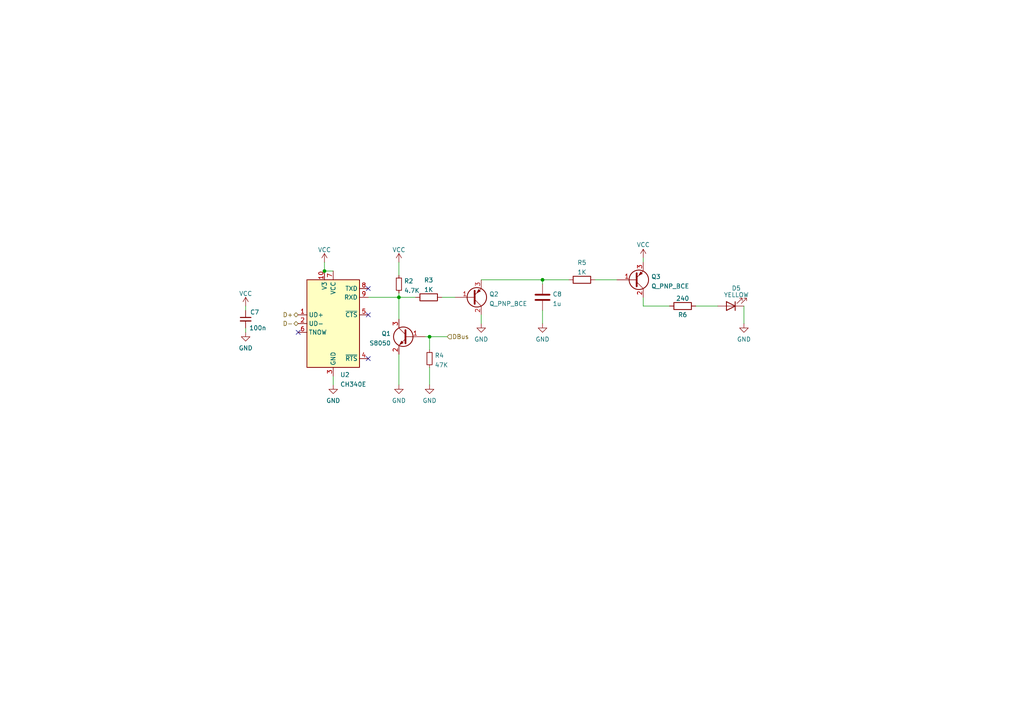
<source format=kicad_sch>
(kicad_sch (version 20230121) (generator eeschema)
  (paper "A4")
  (lib_symbols
    (symbol "Device:C" (pin_numbers hide) (pin_names (offset 0.254))
      (property "Reference" "C" (at 0.635 2.54 0))
      (property "Value" "C" (at 0.635 -2.54 0))
      (symbol "C_0_1"
        (polyline (pts (xy -2.032 -0.762) (xy 2.032 -0.762)) (stroke (width 0.508)))
        (polyline (pts (xy -2.032 0.762) (xy 2.032 0.762)) (stroke (width 0.508)))
      )
      (symbol "C_1_1"
        (pin passive line (at 0 3.81 270) (length 2.794) (name "~") (number "1"))
        (pin passive line (at 0 -3.81 90) (length 2.794) (name "~") (number "2"))
      )
    )
    (symbol "Device:C_Small" (pin_numbers hide) (pin_names (offset 0.254) hide)
      (property "Reference" "C" (at 0.254 1.778 0))
      (property "Value" "C_Small" (at 0.254 -2.032 0))
      (symbol "C_Small_0_1"
        (polyline (pts (xy -1.524 -0.508) (xy 1.524 -0.508)) (stroke (width 0.3302)))
        (polyline (pts (xy -1.524 0.508) (xy 1.524 0.508)) (stroke (width 0.3048)))
      )
      (symbol "C_Small_1_1"
        (pin passive line (at 0 2.54 270) (length 2.032) (name "~") (number "1"))
        (pin passive line (at 0 -2.54 90) (length 2.032) (name "~") (number "2"))
      )
    )
    (symbol "Device:LED" (pin_numbers hide) (pin_names (offset 1.016) hide)
      (property "Reference" "D" (at 0 2.54 0))
      (property "Value" "LED" (at 0 -2.54 0))
      (symbol "LED_0_1"
        (polyline (pts (xy -1.27 -1.27) (xy -1.27 1.27)) (stroke (width 0.254)))
        (polyline (pts (xy -1.27 0) (xy 1.27 0)))
        (polyline (pts (xy 1.27 -1.27) (xy 1.27 1.27) (xy -1.27 0) (xy 1.27 -1.27)) (stroke (width 0.254)))
        (polyline (pts (xy -3.048 -0.762) (xy -4.572 -2.286) (xy -3.81 -2.286) (xy -4.572 -2.286) (xy -4.572 -1.524)))
        (polyline (pts (xy -1.778 -0.762) (xy -3.302 -2.286) (xy -2.54 -2.286) (xy -3.302 -2.286) (xy -3.302 -1.524)))
      )
      (symbol "LED_1_1"
        (pin passive line (at -3.81 0 0) (length 2.54) (name "K") (number "1"))
        (pin passive line (at 3.81 0 180) (length 2.54) (name "A") (number "2"))
      )
    )
    (symbol "Device:Q_NPN_BEC" (pin_names (offset 0) hide)
      (property "Reference" "Q" (at 5.08 1.27 0))
      (property "Value" "Q_NPN_BEC" (at 5.08 -1.27 0))
      (symbol "Q_NPN_BEC_0_1"
        (polyline (pts (xy 0.635 0.635) (xy 2.54 2.54)))
        (polyline (pts (xy 0.635 -0.635) (xy 2.54 -2.54) (xy 2.54 -2.54)))
        (polyline (pts (xy 0.635 1.905) (xy 0.635 -1.905) (xy 0.635 -1.905)) (stroke (width 0.508)))
        (polyline (pts (xy 1.27 -1.778) (xy 1.778 -1.27) (xy 2.286 -2.286) (xy 1.27 -1.778) (xy 1.27 -1.778)) (fill (type outline)))
        (circle (center 1.27 0) (radius 2.8194) (stroke (width 0.254)))
      )
      (symbol "Q_NPN_BEC_1_1"
        (pin input line (at -5.08 0 0) (length 5.715) (name "B") (number "1"))
        (pin passive line (at 2.54 -5.08 90) (length 2.54) (name "E") (number "2"))
        (pin passive line (at 2.54 5.08 270) (length 2.54) (name "C") (number "3"))
      )
    )
    (symbol "Device:Q_PNP_BCE" (pin_names (offset 0) hide)
      (property "Reference" "Q" (at 5.08 1.27 0))
      (property "Value" "Q_PNP_BCE" (at 5.08 -1.27 0))
      (symbol "Q_PNP_BCE_0_1"
        (polyline (pts (xy 0.635 0.635) (xy 2.54 2.54)))
        (polyline (pts (xy 0.635 -0.635) (xy 2.54 -2.54) (xy 2.54 -2.54)))
        (polyline (pts (xy 0.635 1.905) (xy 0.635 -1.905) (xy 0.635 -1.905)) (stroke (width 0.508)))
        (polyline (pts (xy 2.286 -1.778) (xy 1.778 -2.286) (xy 1.27 -1.27) (xy 2.286 -1.778) (xy 2.286 -1.778)) (fill (type outline)))
        (circle (center 1.27 0) (radius 2.8194) (stroke (width 0.254)))
      )
      (symbol "Q_PNP_BCE_1_1"
        (pin input line (at -5.08 0 0) (length 5.715) (name "B") (number "1"))
        (pin passive line (at 2.54 5.08 270) (length 2.54) (name "C") (number "2"))
        (pin passive line (at 2.54 -5.08 90) (length 2.54) (name "E") (number "3"))
      )
    )
    (symbol "Device:R" (pin_numbers hide) (pin_names (offset 0))
      (property "Reference" "R" (at 2.032 0 90))
      (property "Value" "R" (at 0 0 90))
      (symbol "R_0_1"
        (rectangle (start -1.016 -2.54) (end 1.016 2.54) (stroke (width 0.254)))
      )
      (symbol "R_1_1"
        (pin passive line (at 0 3.81 270) (length 1.27) (name "~") (number "1"))
        (pin passive line (at 0 -3.81 90) (length 1.27) (name "~") (number "2"))
      )
    )
    (symbol "Device:R_Small" (pin_numbers hide) (pin_names (offset 0.254) hide)
      (property "Reference" "R" (at 0.762 0.508 0))
      (property "Value" "R_Small" (at 0.762 -1.016 0))
      (symbol "R_Small_0_1"
        (rectangle (start -0.762 1.778) (end 0.762 -1.778) (stroke (width 0.2032)))
      )
      (symbol "R_Small_1_1"
        (pin passive line (at 0 2.54 270) (length 0.762) (name "~") (number "1"))
        (pin passive line (at 0 -2.54 90) (length 0.762) (name "~") (number "2"))
      )
    )
    (symbol "Interface_USB:CH340E"
      (property "Reference" "U" (at -5.08 13.97 0))
      (property "Value" "CH340E" (at 1.27 13.97 0))
      (symbol "CH340E_0_1"
        (rectangle (start -7.62 12.7) (end 7.62 -12.7) (stroke (width 0.254)) (fill (type background)))
      )
      (symbol "CH340E_1_1"
        (pin bidirectional line (at -10.16 2.54 0) (length 2.54) (name "UD+") (number "1"))
        (pin passive line (at -2.54 15.24 270) (length 2.54) (name "V3") (number "10"))
        (pin bidirectional line (at -10.16 0 0) (length 2.54) (name "UD-") (number "2"))
        (pin power_in line (at 0 -15.24 90) (length 2.54) (name "GND") (number "3"))
        (pin output line (at 10.16 -10.16 180) (length 2.54) (name "~{RTS}") (number "4"))
        (pin input line (at 10.16 2.54 180) (length 2.54) (name "~{CTS}") (number "5"))
        (pin output line (at -10.16 -2.54 0) (length 2.54) (name "TNOW") (number "6"))
        (pin power_in line (at 0 15.24 270) (length 2.54) (name "VCC") (number "7"))
        (pin output line (at 10.16 10.16 180) (length 2.54) (name "TXD") (number "8"))
        (pin input line (at 10.16 7.62 180) (length 2.54) (name "RXD") (number "9"))
      )
    )
    (symbol "power:GND" (power) (pin_names (offset 0))
      (property "Value" "GND" (at 0 -3.81 0))
      (symbol "GND_0_1"
        (polyline (pts (xy 0 0) (xy 0 -1.27) (xy 1.27 -1.27) (xy 0 -2.54) (xy -1.27 -1.27) (xy 0 -1.27)))
      )
      (symbol "GND_1_1"
        (pin power_in line (at 0 0 270) (length 0) hide (name "GND") (number "1"))
      )
    )
    (symbol "power:VCC" (power) (pin_names (offset 0))
      (property "Value" "VCC" (at 0 3.81 0))
      (symbol "VCC_0_1"
        (polyline (pts (xy -0.762 1.27) (xy 0 2.54)))
        (polyline (pts (xy 0 0) (xy 0 2.54)))
        (polyline (pts (xy 0 2.54) (xy 0.762 1.27)))
      )
      (symbol "VCC_1_1"
        (pin power_in line (at 0 0 90) (length 0) hide (name "VCC") (number "1"))
      )
    )
  )
  (junction (at 157.353 81.153))
  (junction (at 115.697 86.233))
  (junction (at 94.107 78.613))
  (junction (at 124.587 97.663))
  (no_connect (at 106.807 83.693))
  (no_connect (at 106.807 104.013))
  (no_connect (at 86.487 96.393))
  (no_connect (at 106.807 91.313))
  (wire (pts (xy 186.563 74.803) (xy 186.563 76.073)))
  (wire (pts (xy 157.353 81.153) (xy 164.973 81.153)))
  (wire (pts (xy 123.317 97.663) (xy 124.587 97.663)))
  (wire (pts (xy 124.587 106.553) (xy 124.587 111.633)))
  (wire (pts (xy 71.247 88.773) (xy 71.247 90.043)))
  (wire (pts (xy 186.563 88.773) (xy 194.183 88.773)))
  (wire (pts (xy 124.587 97.663) (xy 124.587 101.473)))
  (wire (pts (xy 115.697 84.963) (xy 115.697 86.233)))
  (wire (pts (xy 201.803 88.773) (xy 208.153 88.773)))
  (wire (pts (xy 115.697 76.073) (xy 115.697 79.883)))
  (wire (pts (xy 186.563 86.233) (xy 186.563 88.773)))
  (wire (pts (xy 115.697 86.233) (xy 115.697 92.583)))
  (wire (pts (xy 124.587 97.663) (xy 129.667 97.663)))
  (wire (pts (xy 157.353 81.153) (xy 157.353 82.423)))
  (wire (pts (xy 94.107 76.073) (xy 94.107 78.613)))
  (wire (pts (xy 172.593 81.153) (xy 178.943 81.153)))
  (wire (pts (xy 139.573 93.853) (xy 139.573 91.313)))
  (wire (pts (xy 215.773 93.853) (xy 215.773 88.773)))
  (wire (pts (xy 128.143 86.233) (xy 131.953 86.233)))
  (wire (pts (xy 139.573 81.153) (xy 157.353 81.153)))
  (wire (pts (xy 106.807 86.233) (xy 115.697 86.233)))
  (wire (pts (xy 71.247 95.123) (xy 71.247 96.393)))
  (wire (pts (xy 94.107 78.613) (xy 96.647 78.613)))
  (wire (pts (xy 115.697 86.233) (xy 120.523 86.233)))
  (wire (pts (xy 157.353 93.853) (xy 157.353 90.043)))
  (wire (pts (xy 115.697 102.743) (xy 115.697 111.633)))
  (wire (pts (xy 96.647 109.093) (xy 96.647 111.633)))
  (hierarchical_label "D-" (shape bidirectional) (at 86.487 93.853 180))
  (hierarchical_label "D+" (shape bidirectional) (at 86.487 91.313 180))
  (hierarchical_label "DBus" (shape input) (at 129.667 97.663 0))
  (symbol (lib_id "Device:R_Small") (at 115.697 82.423 0) (unit 1)
    (property "Reference" "R2" (at 117.1956 81.5145 0) (effects (justify left)))
    (property "Value" "4.7K" (at 117.1956 84.2896 0) (effects (justify left)))
    (property "Footprint" "Resistor_SMD:R_0603_1608Metric" (effects hide))
    (instances (project "USB2UART" (path "" (reference "R2") (unit 1))) (project "USB2XXX" (path "" (reference "R11") (unit 1))))
  )
  (symbol (lib_id "power:VCC") (at 186.563 74.803 0) (unit 1)
    (property "Reference" "#PWR029" (effects hide))
    (property "Value" "VCC" (at 186.563 70.993 0))
    (instances (project "USB2UART" (path "" (reference "#PWR029") (unit 1))) (project "USB2XXX" (path "" (reference "#PWR0109") (unit 1))))
  )
  (symbol (lib_id "power:GND") (at 71.247 96.393 0) (unit 1)
    (property "Reference" "#PWR021" (effects hide))
    (property "Value" "GND" (at 71.247 100.9555 0))
    (instances (project "USB2UART" (path "" (reference "#PWR021") (unit 1))) (project "USB2XXX" (path "" (reference "#PWR080") (unit 1))))
  )
  (symbol (lib_id "Device:C_Small") (at 71.247 92.583 0) (mirror y) (unit 1)
    (property "Reference" "C7" (at 72.517 90.551 0) (effects (justify right)))
    (property "Value" "100n" (at 72.263 95.123 0) (effects (justify right)))
    (property "Footprint" "Capacitor_SMD:C_0603_1608Metric" (effects hide))
    (instances (project "USB2UART" (path "" (reference "C7") (unit 1))) (project "USB2XXX" (path "" (reference "C25") (unit 1))))
  )
  (symbol (lib_id "power:VCC") (at 71.247 88.773 0) (unit 1)
    (property "Reference" "#PWR020" (effects hide))
    (property "Value" "VCC" (at 71.247 85.1685 0))
    (instances (project "USB2UART" (path "" (reference "#PWR020") (unit 1))) (project "USB2XXX" (path "" (reference "#PWR079") (unit 1))))
  )
  (symbol (lib_id "power:GND") (at 157.353 93.853 0) (unit 1)
    (property "Reference" "#PWR028" (effects hide))
    (property "Value" "GND" (at 157.353 98.4155 0))
    (instances (project "USB2UART" (path "" (reference "#PWR028") (unit 1))) (project "USB2XXX" (path "" (reference "#PWR0112") (unit 1))))
  )
  (symbol (lib_id "power:VCC") (at 115.697 76.073 0) (unit 1)
    (property "Reference" "#PWR024" (effects hide))
    (property "Value" "VCC" (at 115.697 72.4685 0))
    (instances (project "USB2UART" (path "" (reference "#PWR024") (unit 1))) (project "USB2XXX" (path "" (reference "#PWR077") (unit 1))))
  )
  (symbol (lib_id "Device:LED") (at 211.963 88.773 180) (unit 1)
    (property "Reference" "D5" (at 213.5505 83.6041 0))
    (property "Value" "YELLOW" (at 213.5505 85.5251 0))
    (property "Footprint" "LED_SMD:LED_0603_1608Metric" (effects hide))
    (instances (project "USB2UART" (path "" (reference "D5") (unit 1))) (project "USB2XXX" (path "" (reference "D11") (unit 1))))
  )
  (symbol (lib_id "Device:Q_NPN_BEC") (at 118.237 97.663 0) (mirror y) (unit 1)
    (property "Reference" "Q1" (at 113.3856 96.7545 0) (effects (justify left)))
    (property "Value" "S8050" (at 113.3856 99.5296 0) (effects (justify left)))
    (property "Footprint" "Package_TO_SOT_SMD:SOT-23" (effects hide))
  )
  (symbol (lib_id "Device:Q_PNP_BCE") (at 184.023 81.153 0) (mirror x) (unit 1)
    (property "Reference" "Q3" (at 188.8744 80.2445 0) (effects (justify left)))
    (property "Value" "Q_PNP_BCE" (at 188.8744 83.0196 0) (effects (justify left)))
    (property "Footprint" "Package_TO_SOT_SMD:SOT-23" (effects hide))
    (instances (project "USB2UART" (path "" (reference "Q3") (unit 1))) (project "USB2XXX" (path "" (reference "Q7") (unit 1))))
  )
  (symbol (lib_id "Device:R") (at 168.783 81.153 90) (unit 1)
    (property "Reference" "R5" (at 168.783 76.1705 90))
    (property "Value" "1K" (at 168.783 78.9456 90))
    (property "Footprint" "Resistor_SMD:R_0603_1608Metric" (effects hide))
    (instances (project "USB2UART" (path "" (reference "R5") (unit 1))) (project "USB2XXX" (path "" (reference "R22") (unit 1))))
  )
  (symbol (lib_id "power:VCC") (at 94.107 76.073 0) (unit 1)
    (property "Reference" "#PWR022" (effects hide))
    (property "Value" "VCC" (at 94.107 72.4685 0))
    (instances (project "USB2UART" (path "" (reference "#PWR022") (unit 1))) (project "USB2XXX" (path "" (reference "#PWR078") (unit 1))))
  )
  (symbol (lib_id "power:GND") (at 124.587 111.633 0) (unit 1)
    (property "Reference" "#PWR026" (effects hide))
    (property "Value" "GND" (at 124.587 116.1955 0))
    (instances (project "USB2UART" (path "" (reference "#PWR026") (unit 1))) (project "USB2XXX" (path "" (reference "#PWR083") (unit 1))))
  )
  (symbol (lib_id "Device:C") (at 157.353 86.233 0) (unit 1)
    (property "Reference" "C8" (at 160.274 85.3245 0) (effects (justify left)))
    (property "Value" "1u" (at 160.274 88.0996 0) (effects (justify left)))
    (property "Footprint" "Capacitor_SMD:C_0603_1608Metric" (effects hide))
    (instances (project "USB2UART" (path "" (reference "C8") (unit 1))) (project "USB2XXX" (path "" (reference "C30") (unit 1))))
  )
  (symbol (lib_id "Device:R") (at 197.993 88.773 90) (unit 1)
    (property "Reference" "R6" (at 197.993 91.313 90))
    (property "Value" "240" (at 197.993 86.5656 90))
    (property "Footprint" "Resistor_SMD:R_0603_1608Metric" (effects hide))
    (instances (project "USB2UART" (path "" (reference "R6") (unit 1))) (project "USB2XXX" (path "" (reference "R23") (unit 1))))
  )
  (symbol (lib_id "Device:R_Small") (at 124.587 104.013 0) (unit 1)
    (property "Reference" "R4" (at 126.0856 103.1045 0) (effects (justify left)))
    (property "Value" "47K" (at 126.0856 105.8796 0) (effects (justify left)))
    (property "Footprint" "Resistor_SMD:R_0603_1608Metric" (effects hide))
    (instances (project "USB2UART" (path "" (reference "R4") (unit 1))) (project "USB2XXX" (path "" (reference "R12") (unit 1))))
  )
  (symbol (lib_id "Device:R") (at 124.333 86.233 90) (unit 1)
    (property "Reference" "R3" (at 124.333 81.2505 90))
    (property "Value" "1K" (at 124.333 84.0256 90))
    (property "Footprint" "Resistor_SMD:R_0603_1608Metric" (effects hide))
    (instances (project "USB2UART" (path "" (reference "R3") (unit 1))) (project "USB2XXX" (path "" (reference "R21") (unit 1))))
  )
  (symbol (lib_id "Device:Q_PNP_BCE") (at 137.033 86.233 0) (mirror x) (unit 1)
    (property "Reference" "Q2" (at 141.8844 85.3245 0) (effects (justify left)))
    (property "Value" "Q_PNP_BCE" (at 141.8844 88.0996 0) (effects (justify left)))
    (property "Footprint" "Package_TO_SOT_SMD:SOT-23" (effects hide))
    (instances (project "USB2UART" (path "" (reference "Q2") (unit 1))) (project "USB2XXX" (path "" (reference "Q6") (unit 1))))
  )
  (symbol (lib_id "Interface_USB:CH340E") (at 96.647 93.853 0) (unit 1)
    (property "Reference" "U2" (at 98.6664 108.7025 0) (effects (justify left)))
    (property "Value" "CH340E" (at 98.6664 111.4776 0) (effects (justify left)))
    (property "Footprint" "Package_SO:MSOP-10_3x3mm_P0.5mm" (effects hide))
    (property "Datasheet" "https://www.mpja.com/download/35227cpdata.pdf" (effects hide))
    (instances (project "USB2UART" (path "" (reference "U2") (unit 1))) (project "USB2XXX" (path "" (reference "U8") (unit 1))))
  )
  (symbol (lib_id "power:GND") (at 115.697 111.633 0) (unit 1)
    (property "Reference" "#PWR025" (effects hide))
    (property "Value" "GND" (at 115.697 116.1955 0))
    (instances (project "USB2UART" (path "" (reference "#PWR025") (unit 1))) (project "USB2XXX" (path "" (reference "#PWR082") (unit 1))))
  )
  (symbol (lib_id "power:GND") (at 96.647 111.633 0) (unit 1)
    (property "Reference" "#PWR023" (effects hide))
    (property "Value" "GND" (at 96.647 116.1955 0))
    (instances (project "USB2UART" (path "" (reference "#PWR023") (unit 1))) (project "USB2XXX" (path "" (reference "#PWR081") (unit 1))))
  )
  (symbol (lib_id "power:GND") (at 215.773 93.853 0) (unit 1)
    (property "Reference" "#PWR030" (effects hide))
    (property "Value" "GND" (at 215.773 98.4155 0))
    (instances (project "USB2UART" (path "" (reference "#PWR030") (unit 1))) (project "USB2XXX" (path "" (reference "#PWR0110") (unit 1))))
  )
  (symbol (lib_id "power:GND") (at 139.573 93.853 0) (unit 1)
    (property "Reference" "#PWR027" (effects hide))
    (property "Value" "GND" (at 139.573 98.4155 0))
    (instances (project "USB2UART" (path "" (reference "#PWR027") (unit 1))) (project "USB2XXX" (path "" (reference "#PWR0111") (unit 1))))
  )
)
</source>
